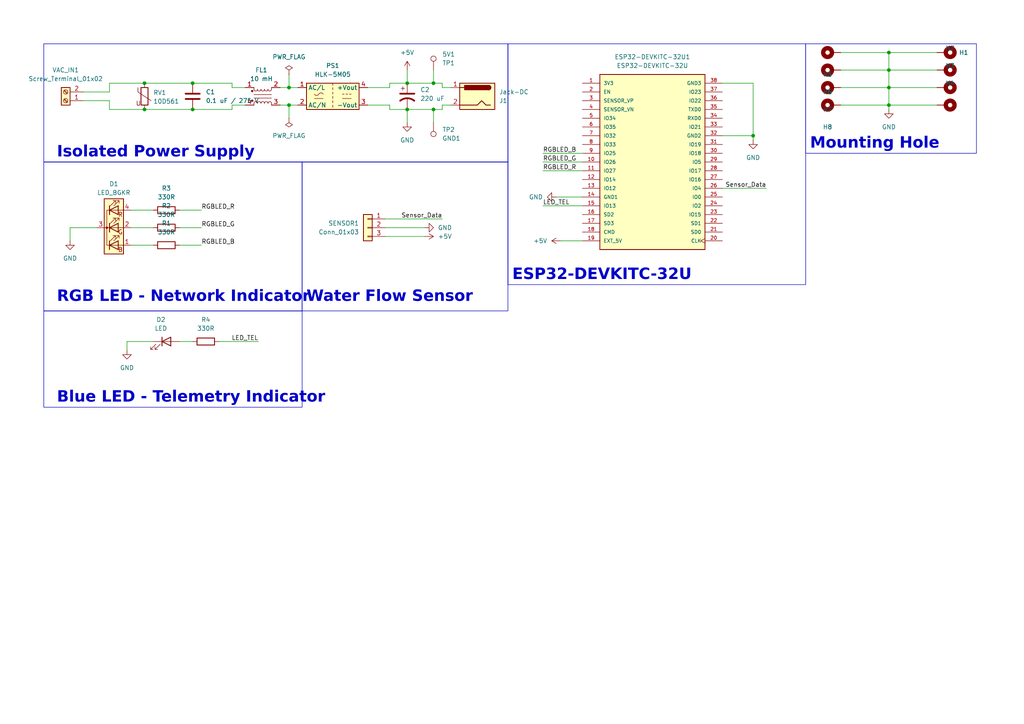
<source format=kicad_sch>
(kicad_sch (version 20230121) (generator eeschema)
  (paper "A4")
  (lib_symbols
    (symbol "Connector:Jack-DC" (pin_names (offset 1.016))
      (property "Reference" "J" (at 0 5.334 0))
      (property "Value" "Jack-DC" (at 0 -5.08 0))
      (symbol "Jack-DC_0_1"
        (rectangle (start -5.08 3.81) (end 5.08 -3.81) (stroke (width 0.254)) (fill (type background)))
        (arc (start -3.302 3.175) (mid -3.9343 2.54) (end -3.302 1.905) (stroke (width 0.254)))
        (arc (start -3.302 3.175) (mid -3.9343 2.54) (end -3.302 1.905) (stroke (width 0.254)) (fill (type outline)))
        (polyline (pts (xy 5.08 2.54) (xy 3.81 2.54)) (stroke (width 0.254)))
        (polyline (pts (xy -3.81 -2.54) (xy -2.54 -2.54) (xy -1.27 -1.27) (xy 0 -2.54) (xy 2.54 -2.54) (xy 5.08 -2.54)) (stroke (width 0.254)))
        (rectangle (start 3.683 3.175) (end -3.302 1.905) (stroke (width 0.254)) (fill (type outline)))
      )
      (symbol "Jack-DC_1_1"
        (pin passive line (at 7.62 2.54 180) (length 2.54) (name "~") (number "1"))
        (pin passive line (at 7.62 -2.54 180) (length 2.54) (name "~") (number "2"))
      )
    )
    (symbol "Connector:Screw_Terminal_01x02" (pin_names (offset 1.016) hide)
      (property "Reference" "J" (at 0 2.54 0))
      (property "Value" "Screw_Terminal_01x02" (at 0 -5.08 0))
      (symbol "Screw_Terminal_01x02_1_1"
        (rectangle (start -1.27 1.27) (end 1.27 -3.81) (stroke (width 0.254)) (fill (type background)))
        (circle (center 0 -2.54) (radius 0.635) (stroke (width 0.1524)))
        (polyline (pts (xy -0.5334 -2.2098) (xy 0.3302 -3.048)) (stroke (width 0.1524)))
        (polyline (pts (xy -0.5334 0.3302) (xy 0.3302 -0.508)) (stroke (width 0.1524)))
        (polyline (pts (xy -0.3556 -2.032) (xy 0.508 -2.8702)) (stroke (width 0.1524)))
        (polyline (pts (xy -0.3556 0.508) (xy 0.508 -0.3302)) (stroke (width 0.1524)))
        (circle (center 0 0) (radius 0.635) (stroke (width 0.1524)))
        (pin passive line (at -5.08 0 0) (length 3.81) (name "Pin_1") (number "1"))
        (pin passive line (at -5.08 -2.54 0) (length 3.81) (name "Pin_2") (number "2"))
      )
    )
    (symbol "Connector:TestPoint" (pin_numbers hide) (pin_names (offset 0.762) hide)
      (property "Reference" "TP" (at 0 6.858 0))
      (property "Value" "TestPoint" (at 0 5.08 0))
      (symbol "TestPoint_0_1"
        (circle (center 0 3.302) (radius 0.762))
      )
      (symbol "TestPoint_1_1"
        (pin passive line (at 0 0 90) (length 2.54) (name "1") (number "1"))
      )
    )
    (symbol "Connector_Generic:Conn_01x03" (pin_names (offset 1.016) hide)
      (property "Reference" "J" (at 0 5.08 0))
      (property "Value" "Conn_01x03" (at 0 -5.08 0))
      (symbol "Conn_01x03_1_1"
        (rectangle (start -1.27 -2.413) (end 0 -2.667) (stroke (width 0.1524)))
        (rectangle (start -1.27 0.127) (end 0 -0.127) (stroke (width 0.1524)))
        (rectangle (start -1.27 2.667) (end 0 2.413) (stroke (width 0.1524)))
        (rectangle (start -1.27 3.81) (end 1.27 -3.81) (stroke (width 0.254)) (fill (type background)))
        (pin passive line (at -5.08 2.54 0) (length 3.81) (name "Pin_1") (number "1"))
        (pin passive line (at -5.08 0 0) (length 3.81) (name "Pin_2") (number "2"))
        (pin passive line (at -5.08 -2.54 0) (length 3.81) (name "Pin_3") (number "3"))
      )
    )
    (symbol "Converter_ACDC:HLK-5M05"
      (property "Reference" "PS" (at 0 5.08 0))
      (property "Value" "HLK-5M05" (at 0 -5.08 0))
      (symbol "HLK-5M05_0_1"
        (rectangle (start -7.62 3.81) (end 7.62 -3.81) (stroke (width 0.254)) (fill (type background)))
        (arc (start -5.334 0.635) (mid -4.699 0.2495) (end -4.064 0.635))
        (arc (start -2.794 0.635) (mid -3.429 1.0072) (end -4.064 0.635))
        (polyline (pts (xy -5.334 -0.635) (xy -2.794 -0.635)))
        (polyline (pts (xy 0 -2.54) (xy 0 -3.175)))
        (polyline (pts (xy 0 -1.27) (xy 0 -1.905)))
        (polyline (pts (xy 0 0) (xy 0 -0.635)))
        (polyline (pts (xy 0 1.27) (xy 0 0.635)))
        (polyline (pts (xy 0 2.54) (xy 0 1.905)))
        (polyline (pts (xy 0 3.81) (xy 0 3.175)))
        (polyline (pts (xy 2.794 -0.635) (xy 5.334 -0.635)))
        (polyline (pts (xy 2.794 0.635) (xy 3.302 0.635)))
        (polyline (pts (xy 3.81 0.635) (xy 4.318 0.635)))
        (polyline (pts (xy 4.826 0.635) (xy 5.334 0.635)))
      )
      (symbol "HLK-5M05_1_1"
        (pin power_in line (at -10.16 2.54 0) (length 2.54) (name "AC/L") (number "1"))
        (pin power_in line (at -10.16 -2.54 0) (length 2.54) (name "AC/N") (number "2"))
        (pin power_out line (at 10.16 -2.54 180) (length 2.54) (name "-Vout") (number "3"))
        (pin power_out line (at 10.16 2.54 180) (length 2.54) (name "+Vout") (number "4"))
      )
    )
    (symbol "Device:C" (pin_numbers hide) (pin_names (offset 0.254))
      (property "Reference" "C" (at 0.635 2.54 0))
      (property "Value" "C" (at 0.635 -2.54 0))
      (symbol "C_0_1"
        (polyline (pts (xy -2.032 -0.762) (xy 2.032 -0.762)) (stroke (width 0.508)))
        (polyline (pts (xy -2.032 0.762) (xy 2.032 0.762)) (stroke (width 0.508)))
      )
      (symbol "C_1_1"
        (pin passive line (at 0 3.81 270) (length 2.794) (name "~") (number "1"))
        (pin passive line (at 0 -3.81 90) (length 2.794) (name "~") (number "2"))
      )
    )
    (symbol "Device:C_Polarized_US" (pin_numbers hide) (pin_names (offset 0.254) hide)
      (property "Reference" "C" (at 0.635 2.54 0))
      (property "Value" "C_Polarized_US" (at 0.635 -2.54 0))
      (symbol "C_Polarized_US_0_1"
        (polyline (pts (xy -2.032 0.762) (xy 2.032 0.762)) (stroke (width 0.508)))
        (polyline (pts (xy -1.778 2.286) (xy -0.762 2.286)))
        (polyline (pts (xy -1.27 1.778) (xy -1.27 2.794)))
        (arc (start 2.032 -1.27) (mid 0 -0.5572) (end -2.032 -1.27) (stroke (width 0.508)))
      )
      (symbol "C_Polarized_US_1_1"
        (pin passive line (at 0 3.81 270) (length 2.794) (name "~") (number "1"))
        (pin passive line (at 0 -3.81 90) (length 3.302) (name "~") (number "2"))
      )
    )
    (symbol "Device:Filter_EMI_CommonMode" (pin_names (offset 0.254) hide)
      (property "Reference" "FL1" (at -0.381 7.62 0))
      (property "Value" "10 mH" (at -0.381 5.08 0))
      (symbol "Filter_EMI_CommonMode_0_1"
        (circle (center -3.048 -1.27) (radius 0.254) (fill (type outline)))
        (circle (center -3.048 1.524) (radius 0.254) (fill (type outline)))
        (arc (start -2.54 2.032) (mid -2.032 1.5262) (end -1.524 2.032))
        (arc (start -1.524 -2.032) (mid -2.032 -1.5262) (end -2.54 -2.032))
        (arc (start -1.524 2.032) (mid -1.016 1.5262) (end -0.508 2.032))
        (arc (start -0.508 -2.032) (mid -1.016 -1.5262) (end -1.524 -2.032))
        (arc (start -0.508 2.032) (mid 0 1.5262) (end 0.508 2.032))
        (polyline (pts (xy -2.54 -2.032) (xy -2.54 -2.54)))
        (polyline (pts (xy -2.54 0.508) (xy 2.54 0.508)))
        (polyline (pts (xy -2.54 2.032) (xy -2.54 2.54)))
        (polyline (pts (xy 2.54 -2.032) (xy 2.54 -2.54)))
        (polyline (pts (xy 2.54 -0.508) (xy -2.54 -0.508)))
        (polyline (pts (xy 2.54 2.54) (xy 2.54 2.032)))
        (arc (start 0.508 -2.032) (mid 0 -1.5262) (end -0.508 -2.032))
        (arc (start 0.508 2.032) (mid 1.016 1.5262) (end 1.524 2.032))
        (arc (start 1.524 -2.032) (mid 1.016 -1.5262) (end 0.508 -2.032))
        (arc (start 1.524 2.032) (mid 2.032 1.5262) (end 2.54 2.032))
        (arc (start 2.54 -2.032) (mid 2.032 -1.5262) (end 1.524 -2.032))
      )
      (symbol "Filter_EMI_CommonMode_1_1"
        (pin passive line (at -5.08 2.54 0) (length 2.54) (name "1") (number "1"))
        (pin passive line (at 5.08 2.54 180) (length 2.54) (name "2") (number "2"))
        (pin passive line (at 5.08 -2.54 180) (length 2.54) (name "3") (number "3"))
        (pin passive line (at -5.08 -2.54 0) (length 2.54) (name "4") (number "4"))
      )
    )
    (symbol "Device:LED" (pin_numbers hide) (pin_names (offset 1.016) hide)
      (property "Reference" "D" (at 0 2.54 0))
      (property "Value" "LED" (at 0 -2.54 0))
      (symbol "LED_0_1"
        (polyline (pts (xy -1.27 -1.27) (xy -1.27 1.27)) (stroke (width 0.254)))
        (polyline (pts (xy -1.27 0) (xy 1.27 0)))
        (polyline (pts (xy 1.27 -1.27) (xy 1.27 1.27) (xy -1.27 0) (xy 1.27 -1.27)) (stroke (width 0.254)))
        (polyline (pts (xy -3.048 -0.762) (xy -4.572 -2.286) (xy -3.81 -2.286) (xy -4.572 -2.286) (xy -4.572 -1.524)))
        (polyline (pts (xy -1.778 -0.762) (xy -3.302 -2.286) (xy -2.54 -2.286) (xy -3.302 -2.286) (xy -3.302 -1.524)))
      )
      (symbol "LED_1_1"
        (pin passive line (at -3.81 0 0) (length 2.54) (name "K") (number "1"))
        (pin passive line (at 3.81 0 180) (length 2.54) (name "A") (number "2"))
      )
    )
    (symbol "Device:LED_BGKR" (pin_names (offset 0) hide)
      (property "Reference" "D" (at 0 9.398 0))
      (property "Value" "LED_BGKR" (at 0 -8.89 0))
      (symbol "LED_BGKR_0_0"
        (text "B" (at 1.905 -6.35 0) (effects (font (size 1.27 1.27))))
        (text "G" (at 1.905 -1.27 0) (effects (font (size 1.27 1.27))))
        (text "R" (at 1.905 3.81 0) (effects (font (size 1.27 1.27))))
      )
      (symbol "LED_BGKR_0_1"
        (circle (center -2.032 0) (radius 0.254) (fill (type outline)))
        (polyline (pts (xy -1.27 -5.08) (xy 1.27 -5.08)))
        (polyline (pts (xy -1.27 -3.81) (xy -1.27 -6.35)) (stroke (width 0.254)))
        (polyline (pts (xy -1.27 0) (xy -2.54 0)))
        (polyline (pts (xy -1.27 1.27) (xy -1.27 -1.27)) (stroke (width 0.254)))
        (polyline (pts (xy -1.27 5.08) (xy 1.27 5.08)))
        (polyline (pts (xy -1.27 6.35) (xy -1.27 3.81)) (stroke (width 0.254)))
        (polyline (pts (xy 1.27 -5.08) (xy 2.54 -5.08)))
        (polyline (pts (xy 1.27 0) (xy -1.27 0)))
        (polyline (pts (xy 1.27 0) (xy 2.54 0)))
        (polyline (pts (xy 1.27 5.08) (xy 2.54 5.08)))
        (polyline (pts (xy -1.27 1.27) (xy -1.27 -1.27) (xy -1.27 -1.27)))
        (polyline (pts (xy -1.27 6.35) (xy -1.27 3.81) (xy -1.27 3.81)))
        (polyline (pts (xy -1.27 5.08) (xy -2.032 5.08) (xy -2.032 -5.08) (xy -1.016 -5.08)))
        (polyline (pts (xy 1.27 -3.81) (xy 1.27 -6.35) (xy -1.27 -5.08) (xy 1.27 -3.81)) (stroke (width 0.254)))
        (polyline (pts (xy 1.27 1.27) (xy 1.27 -1.27) (xy -1.27 0) (xy 1.27 1.27)) (stroke (width 0.254)))
        (polyline (pts (xy 1.27 6.35) (xy 1.27 3.81) (xy -1.27 5.08) (xy 1.27 6.35)) (stroke (width 0.254)))
        (polyline (pts (xy -1.016 -3.81) (xy 0.508 -2.286) (xy -0.254 -2.286) (xy 0.508 -2.286) (xy 0.508 -3.048)))
        (polyline (pts (xy -1.016 1.27) (xy 0.508 2.794) (xy -0.254 2.794) (xy 0.508 2.794) (xy 0.508 2.032)))
        (polyline (pts (xy -1.016 6.35) (xy 0.508 7.874) (xy -0.254 7.874) (xy 0.508 7.874) (xy 0.508 7.112)))
        (polyline (pts (xy 0 -3.81) (xy 1.524 -2.286) (xy 0.762 -2.286) (xy 1.524 -2.286) (xy 1.524 -3.048)))
        (polyline (pts (xy 0 1.27) (xy 1.524 2.794) (xy 0.762 2.794) (xy 1.524 2.794) (xy 1.524 2.032)))
        (polyline (pts (xy 0 6.35) (xy 1.524 7.874) (xy 0.762 7.874) (xy 1.524 7.874) (xy 1.524 7.112)))
        (rectangle (start 1.27 -1.27) (end 1.27 1.27))
        (rectangle (start 1.27 1.27) (end 1.27 1.27))
        (rectangle (start 1.27 3.81) (end 1.27 6.35))
        (rectangle (start 1.27 6.35) (end 1.27 6.35))
        (rectangle (start 2.794 8.382) (end -2.794 -7.62) (stroke (width 0.254)) (fill (type background)))
      )
      (symbol "LED_BGKR_1_1"
        (pin passive line (at 5.08 -5.08 180) (length 2.54) (name "BA") (number "1"))
        (pin passive line (at 5.08 0 180) (length 2.54) (name "GA") (number "2"))
        (pin passive line (at -5.08 0 0) (length 2.54) (name "K") (number "3"))
        (pin passive line (at 5.08 5.08 180) (length 2.54) (name "RA") (number "4"))
      )
    )
    (symbol "Device:R" (pin_numbers hide) (pin_names (offset 0))
      (property "Reference" "R" (at 2.032 0 90))
      (property "Value" "R" (at 0 0 90))
      (symbol "R_0_1"
        (rectangle (start -1.016 -2.54) (end 1.016 2.54) (stroke (width 0.254)))
      )
      (symbol "R_1_1"
        (pin passive line (at 0 3.81 270) (length 1.27) (name "~") (number "1"))
        (pin passive line (at 0 -3.81 90) (length 1.27) (name "~") (number "2"))
      )
    )
    (symbol "Device:Varistor" (pin_numbers hide) (pin_names (offset 0))
      (property "Reference" "RV" (at 3.175 0 90))
      (property "Value" "Varistor" (at -3.175 0 90))
      (symbol "Varistor_0_0"
        (text "U" (at -1.778 -2.032 0) (effects (font (size 1.27 1.27))))
      )
      (symbol "Varistor_0_1"
        (rectangle (start -1.016 -2.54) (end 1.016 2.54) (stroke (width 0.254)))
        (polyline (pts (xy -1.905 2.54) (xy -1.905 1.27) (xy 1.905 -1.27)))
      )
      (symbol "Varistor_1_1"
        (pin passive line (at 0 3.81 270) (length 1.27) (name "~") (number "1"))
        (pin passive line (at 0 -3.81 90) (length 1.27) (name "~") (number "2"))
      )
    )
    (symbol "ESP32-DEVKITC-32U:ESP32-DEVKITC-32U" (pin_names (offset 1.016))
      (property "Reference" "U" (at -15.2572 26.0643 0))
      (property "Value" "ESP32-DEVKITC-32U" (at -15.2563 -27.9698 0))
      (symbol "ESP32-DEVKITC-32U_0_0"
        (rectangle (start -15.24 -25.4) (end 15.24 25.4) (stroke (width 0.254)) (fill (type background)))
        (pin power_in line (at -20.32 22.86 0) (length 5.08) (name "3V3") (number "1"))
        (pin bidirectional line (at -20.32 0 0) (length 5.08) (name "IO26") (number "10"))
        (pin bidirectional line (at -20.32 -2.54 0) (length 5.08) (name "IO27") (number "11"))
        (pin bidirectional line (at -20.32 -5.08 0) (length 5.08) (name "IO14") (number "12"))
        (pin bidirectional line (at -20.32 -7.62 0) (length 5.08) (name "IO12") (number "13"))
        (pin power_in line (at -20.32 -10.16 0) (length 5.08) (name "GND1") (number "14"))
        (pin bidirectional line (at -20.32 -12.7 0) (length 5.08) (name "IO13") (number "15"))
        (pin bidirectional line (at -20.32 -15.24 0) (length 5.08) (name "SD2") (number "16"))
        (pin bidirectional line (at -20.32 -17.78 0) (length 5.08) (name "SD3") (number "17"))
        (pin bidirectional line (at -20.32 -20.32 0) (length 5.08) (name "CMD") (number "18"))
        (pin power_in line (at -20.32 -22.86 0) (length 5.08) (name "EXT_5V") (number "19"))
        (pin input line (at -20.32 20.32 0) (length 5.08) (name "EN") (number "2"))
        (pin input clock (at 20.32 -22.86 180) (length 5.08) (name "CLK") (number "20"))
        (pin bidirectional line (at 20.32 -20.32 180) (length 5.08) (name "SD0") (number "21"))
        (pin bidirectional line (at 20.32 -17.78 180) (length 5.08) (name "SD1") (number "22"))
        (pin bidirectional line (at 20.32 -15.24 180) (length 5.08) (name "IO15") (number "23"))
        (pin bidirectional line (at 20.32 -12.7 180) (length 5.08) (name "IO2") (number "24"))
        (pin bidirectional line (at 20.32 -10.16 180) (length 5.08) (name "IO0") (number "25"))
        (pin bidirectional line (at 20.32 -7.62 180) (length 5.08) (name "IO4") (number "26"))
        (pin bidirectional line (at 20.32 -5.08 180) (length 5.08) (name "IO16") (number "27"))
        (pin bidirectional line (at 20.32 -2.54 180) (length 5.08) (name "IO17") (number "28"))
        (pin bidirectional line (at 20.32 0 180) (length 5.08) (name "IO5") (number "29"))
        (pin input line (at -20.32 17.78 0) (length 5.08) (name "SENSOR_VP") (number "3"))
        (pin bidirectional line (at 20.32 2.54 180) (length 5.08) (name "IO18") (number "30"))
        (pin bidirectional line (at 20.32 5.08 180) (length 5.08) (name "IO19") (number "31"))
        (pin power_in line (at 20.32 7.62 180) (length 5.08) (name "GND2") (number "32"))
        (pin bidirectional line (at 20.32 10.16 180) (length 5.08) (name "IO21") (number "33"))
        (pin input line (at 20.32 12.7 180) (length 5.08) (name "RXD0") (number "34"))
        (pin output line (at 20.32 15.24 180) (length 5.08) (name "TXD0") (number "35"))
        (pin bidirectional line (at 20.32 17.78 180) (length 5.08) (name "IO22") (number "36"))
        (pin bidirectional line (at 20.32 20.32 180) (length 5.08) (name "IO23") (number "37"))
        (pin power_in line (at 20.32 22.86 180) (length 5.08) (name "GND3") (number "38"))
        (pin input line (at -20.32 15.24 0) (length 5.08) (name "SENSOR_VN") (number "4"))
        (pin bidirectional line (at -20.32 12.7 0) (length 5.08) (name "IO34") (number "5"))
        (pin bidirectional line (at -20.32 10.16 0) (length 5.08) (name "IO35") (number "6"))
        (pin bidirectional line (at -20.32 7.62 0) (length 5.08) (name "IO32") (number "7"))
        (pin bidirectional line (at -20.32 5.08 0) (length 5.08) (name "IO33") (number "8"))
        (pin bidirectional line (at -20.32 2.54 0) (length 5.08) (name "IO25") (number "9"))
      )
    )
    (symbol "Mechanical:MountingHole_Pad" (pin_numbers hide) (pin_names (offset 1.016) hide)
      (property "Reference" "H" (at 0 6.35 0))
      (property "Value" "MountingHole_Pad" (at 0 4.445 0))
      (symbol "MountingHole_Pad_0_1"
        (circle (center 0 1.27) (radius 1.27) (stroke (width 1.27)))
      )
      (symbol "MountingHole_Pad_1_1"
        (pin input line (at 0 -2.54 90) (length 2.54) (name "1") (number "1"))
      )
    )
    (symbol "power:+5V" (power) (pin_names (offset 0))
      (property "Value" "+5V" (at 0 3.556 0))
      (symbol "+5V_0_1"
        (polyline (pts (xy -0.762 1.27) (xy 0 2.54)))
        (polyline (pts (xy 0 0) (xy 0 2.54)))
        (polyline (pts (xy 0 2.54) (xy 0.762 1.27)))
      )
      (symbol "+5V_1_1"
        (pin power_in line (at 0 0 90) (length 0) hide (name "+5V") (number "1"))
      )
    )
    (symbol "power:GND" (power) (pin_names (offset 0))
      (property "Value" "GND" (at 0 -3.81 0))
      (symbol "GND_0_1"
        (polyline (pts (xy 0 0) (xy 0 -1.27) (xy 1.27 -1.27) (xy 0 -2.54) (xy -1.27 -1.27) (xy 0 -1.27)))
      )
      (symbol "GND_1_1"
        (pin power_in line (at 0 0 270) (length 0) hide (name "GND") (number "1"))
      )
    )
    (symbol "power:PWR_FLAG" (power) (pin_numbers hide) (pin_names (offset 0) hide)
      (property "Value" "PWR_FLAG" (at 0 3.81 0))
      (symbol "PWR_FLAG_0_0"
        (pin power_out line (at 0 0 90) (length 0) (name "pwr") (number "1"))
      )
      (symbol "PWR_FLAG_0_1"
        (polyline (pts (xy 0 0) (xy 0 1.27) (xy -1.016 1.905) (xy 0 2.54) (xy 1.016 1.905) (xy 0 1.27)))
      )
    )
  )
  (junction (at 118.11 24.13))
  (junction (at 41.91 31.75))
  (junction (at 83.82 30.48))
  (junction (at 257.81 30.48))
  (junction (at 218.44 39.37))
  (junction (at 125.73 24.13))
  (junction (at 41.91 24.13))
  (junction (at 257.81 15.24))
  (junction (at 125.73 31.75))
  (junction (at 257.81 20.32))
  (junction (at 83.82 25.4))
  (junction (at 55.88 24.13))
  (junction (at 257.81 25.4))
  (junction (at 118.11 31.75))
  (junction (at 55.88 31.75))
  (wire (pts (xy 257.81 30.48) (xy 257.81 31.75)))
  (wire (pts (xy 128.27 24.13) (xy 125.73 24.13)))
  (wire (pts (xy 257.81 25.4) (xy 271.78 25.4)))
  (wire (pts (xy 52.07 66.04) (xy 58.42 66.04)))
  (wire (pts (xy 83.82 30.48) (xy 86.36 30.48)))
  (wire (pts (xy 113.03 30.48) (xy 113.03 31.75)))
  (wire (pts (xy 209.55 39.37) (xy 218.44 39.37)))
  (wire (pts (xy 111.76 68.58) (xy 123.19 68.58)))
  (wire (pts (xy 243.84 15.24) (xy 257.81 15.24)))
  (wire (pts (xy 67.31 30.48) (xy 71.12 30.48)))
  (wire (pts (xy 130.81 25.4) (xy 128.27 25.4)))
  (wire (pts (xy 257.81 15.24) (xy 257.81 20.32)))
  (wire (pts (xy 31.75 26.67) (xy 31.75 24.13)))
  (wire (pts (xy 111.76 66.04) (xy 123.19 66.04)))
  (wire (pts (xy 20.32 66.04) (xy 20.32 69.85)))
  (wire (pts (xy 52.07 71.12) (xy 58.42 71.12)))
  (wire (pts (xy 257.81 25.4) (xy 257.81 30.48)))
  (wire (pts (xy 113.03 31.75) (xy 118.11 31.75)))
  (wire (pts (xy 130.81 30.48) (xy 128.27 30.48)))
  (wire (pts (xy 41.91 31.75) (xy 55.88 31.75)))
  (wire (pts (xy 118.11 31.75) (xy 125.73 31.75)))
  (wire (pts (xy 36.83 99.06) (xy 36.83 101.6)))
  (wire (pts (xy 243.84 30.48) (xy 257.81 30.48)))
  (wire (pts (xy 118.11 24.13) (xy 125.73 24.13)))
  (wire (pts (xy 106.68 25.4) (xy 113.03 25.4)))
  (wire (pts (xy 209.55 24.13) (xy 218.44 24.13)))
  (wire (pts (xy 31.75 31.75) (xy 41.91 31.75)))
  (wire (pts (xy 113.03 24.13) (xy 118.11 24.13)))
  (wire (pts (xy 125.73 20.32) (xy 125.73 24.13)))
  (wire (pts (xy 209.55 54.61) (xy 222.25 54.61)))
  (wire (pts (xy 128.27 31.75) (xy 125.73 31.75)))
  (wire (pts (xy 128.27 25.4) (xy 128.27 24.13)))
  (wire (pts (xy 162.56 69.85) (xy 168.91 69.85)))
  (wire (pts (xy 257.81 30.48) (xy 271.78 30.48)))
  (wire (pts (xy 257.81 20.32) (xy 257.81 25.4)))
  (wire (pts (xy 257.81 20.32) (xy 271.78 20.32)))
  (wire (pts (xy 118.11 31.75) (xy 118.11 35.56)))
  (wire (pts (xy 67.31 24.13) (xy 67.31 25.4)))
  (wire (pts (xy 52.07 99.06) (xy 55.88 99.06)))
  (wire (pts (xy 38.1 66.04) (xy 44.45 66.04)))
  (wire (pts (xy 157.48 59.69) (xy 168.91 59.69)))
  (wire (pts (xy 24.13 29.21) (xy 31.75 29.21)))
  (wire (pts (xy 271.78 15.24) (xy 257.81 15.24)))
  (wire (pts (xy 118.11 20.32) (xy 118.11 24.13)))
  (wire (pts (xy 63.5 99.06) (xy 74.93 99.06)))
  (wire (pts (xy 157.48 44.45) (xy 168.91 44.45)))
  (wire (pts (xy 218.44 39.37) (xy 218.44 40.64)))
  (wire (pts (xy 52.07 60.96) (xy 58.42 60.96)))
  (wire (pts (xy 243.84 25.4) (xy 257.81 25.4)))
  (wire (pts (xy 111.76 63.5) (xy 128.27 63.5)))
  (wire (pts (xy 67.31 31.75) (xy 67.31 30.48)))
  (wire (pts (xy 161.29 57.15) (xy 168.91 57.15)))
  (wire (pts (xy 31.75 24.13) (xy 41.91 24.13)))
  (wire (pts (xy 113.03 25.4) (xy 113.03 24.13)))
  (wire (pts (xy 38.1 71.12) (xy 44.45 71.12)))
  (wire (pts (xy 81.28 25.4) (xy 83.82 25.4)))
  (wire (pts (xy 38.1 60.96) (xy 44.45 60.96)))
  (wire (pts (xy 27.94 66.04) (xy 20.32 66.04)))
  (wire (pts (xy 55.88 31.75) (xy 67.31 31.75)))
  (wire (pts (xy 218.44 24.13) (xy 218.44 39.37)))
  (wire (pts (xy 55.88 24.13) (xy 67.31 24.13)))
  (wire (pts (xy 44.45 99.06) (xy 36.83 99.06)))
  (wire (pts (xy 125.73 31.75) (xy 125.73 35.56)))
  (wire (pts (xy 157.48 46.99) (xy 168.91 46.99)))
  (wire (pts (xy 128.27 30.48) (xy 128.27 31.75)))
  (wire (pts (xy 67.31 25.4) (xy 71.12 25.4)))
  (wire (pts (xy 81.28 30.48) (xy 83.82 30.48)))
  (wire (pts (xy 83.82 30.48) (xy 83.82 34.29)))
  (wire (pts (xy 83.82 21.59) (xy 83.82 25.4)))
  (wire (pts (xy 243.84 20.32) (xy 257.81 20.32)))
  (wire (pts (xy 106.68 30.48) (xy 113.03 30.48)))
  (wire (pts (xy 31.75 29.21) (xy 31.75 31.75)))
  (wire (pts (xy 41.91 24.13) (xy 55.88 24.13)))
  (wire (pts (xy 83.82 25.4) (xy 86.36 25.4)))
  (wire (pts (xy 24.13 26.67) (xy 31.75 26.67)))
  (wire (pts (xy 157.48 49.53) (xy 168.91 49.53)))
  (rectangle (start 12.7 90.17) (end 87.63 118.11))
  (rectangle (start 233.68 12.7) (end 283.21 44.45))
  (rectangle (start 12.7 46.99) (end 87.63 90.17))
  (rectangle (start 12.7 12.7) (end 147.32 46.99))
  (rectangle (start 87.63 46.99) (end 147.32 90.17))
  (rectangle (start 147.32 12.7) (end 233.68 82.55))
  (text "Mounting Hole\n" (at 234.95 44.45 0) (effects (font (size 3.25 3.25) (thickness 0.65) bold) (justify left bottom)))
  (text "ESP32-DEVKITC-32U" (at 148.59 82.55 0) (effects (font (size 3.25 3.25) (thickness 0.65) bold) (justify left bottom)))
  (text "Blue LED - Telemetry Indicator" (at 16.51 118.11 0) (effects (font (size 3.25 3.25) (thickness 0.65) bold) (justify left bottom)))
  (text "Isolated Power Supply\n" (at 16.51 46.99 0) (effects (font (size 3.25 3.25) (thickness 0.65) bold) (justify left bottom)))
  (text "Water Flow Sensor" (at 88.9 88.9 0) (effects (font (size 3.25 3.25) (thickness 0.65) bold) (justify left bottom)))
  (text "RGB LED - Network Indicator" (at 16.51 88.9 0) (effects (font (size 3.25 3.25) (thickness 0.65) bold) (justify left bottom)))
  (label "RGBLED_G" (at 58.42 66.04 0))
  (label "Sensor_Data" (at 128.27 63.5 180))
  (label "LED_TEL" (at 74.93 99.06 180))
  (label "RGBLED_B" (at 58.42 71.12 0))
  (label "RGBLED_B" (at 157.48 44.45 0))
  (label "RGBLED_G" (at 157.48 46.99 0))
  (label "Sensor_Data" (at 222.25 54.61 180))
  (label "LED_TEL" (at 157.48 59.69 0))
  (label "RGBLED_R" (at 157.48 49.53 0))
  (label "RGBLED_R" (at 58.42 60.96 0))
  (symbol (lib_id "Device:C") (at 55.88 27.94 0) (unit 1)
    (property "Reference" "C1" (at 59.69 26.67 0) (effects (justify left)))
    (property "Value" "0.1 uF / 275 V" (at 59.69 29.21 0) (effects (justify left)))
    (property "Footprint" "Capacitor_THT:C_Rect_L18.0mm_W8.0mm_P15.00mm_FKS3_FKP3" (effects hide))
  )
  (symbol (lib_id "power:GND") (at 36.83 101.6 0) (unit 1)
    (property "Reference" "#PWR010" (effects hide))
    (property "Value" "GND" (at 36.83 106.68 0))
  )
  (symbol (lib_id "Device:R") (at 48.26 60.96 90) (mirror x) (unit 1)
    (property "Reference" "R3" (at 48.26 54.61 90))
    (property "Value" "330R" (at 48.26 57.15 90))
    (property "Footprint" "Resistor_THT:R_Axial_DIN0207_L6.3mm_D2.5mm_P7.62mm_Horizontal" (effects hide))
  )
  (symbol (lib_id "power:+5V") (at 123.19 68.58 270) (unit 1)
    (property "Reference" "#PWR012" (effects hide))
    (property "Value" "+5V" (at 127 68.58 90) (effects (justify left)))
  )
  (symbol (lib_id "Connector:Jack-DC") (at 138.43 27.94 0) (mirror y) (unit 1)
    (property "Reference" "J1" (at 144.78 29.21 0) (effects (justify right)))
    (property "Value" "Jack-DC" (at 144.78 26.67 0) (effects (justify right)))
    (property "Footprint" "Connector_BarrelJack:BarrelJack_Horizontal" (effects hide))
  )
  (symbol (lib_id "power:GND") (at 161.29 57.15 270) (unit 1)
    (property "Reference" "#PWR03" (effects hide))
    (property "Value" "GND" (at 157.48 57.15 90) (effects (justify right)))
  )
  (symbol (lib_id "Connector:TestPoint") (at 125.73 20.32 0) (unit 1)
    (property "Reference" "5V1" (at 128.27 15.748 0) (effects (justify left)))
    (property "Value" "TP1" (at 128.27 18.288 0) (effects (justify left)))
    (property "Footprint" "TestPoint:TestPoint_Pad_D1.5mm" (effects hide))
  )
  (symbol (lib_id "Mechanical:MountingHole_Pad") (at 274.32 20.32 270) (mirror x) (unit 1)
    (property "Reference" "H2" (at 275.59 13.97 90))
    (property "Value" "MountingHole_Pad" (effects hide))
    (property "Footprint" "MountingHole:MountingHole_3mm" (effects hide))
  )
  (symbol (lib_id "Mechanical:MountingHole_Pad") (at 274.32 30.48 270) (mirror x) (unit 1)
    (property "Reference" "H4" (at 275.59 24.13 90))
    (property "Value" "MountingHole_Pad" (effects hide))
    (property "Footprint" "MountingHole:MountingHole_3mm_Pad_Via" (effects hide))
  )
  (symbol (lib_id "Device:R") (at 48.26 71.12 90) (mirror x) (unit 1)
    (property "Reference" "R1" (at 48.26 64.77 90))
    (property "Value" "330R" (at 48.26 67.31 90))
    (property "Footprint" "Resistor_THT:R_Axial_DIN0207_L6.3mm_D2.5mm_P7.62mm_Horizontal" (effects hide))
  )
  (symbol (lib_id "Connector_Generic:Conn_01x03") (at 106.68 66.04 0) (mirror y) (unit 1)
    (property "Reference" "SENSOR1" (at 104.14 64.77 0) (effects (justify left)))
    (property "Value" "Conn_01x03" (at 104.14 67.31 0) (effects (justify left)))
    (property "Footprint" "Connector_JST:JST_XH_B3B-XH-A_1x03_P2.50mm_Vertical" (effects hide))
  )
  (symbol (lib_id "Mechanical:MountingHole_Pad") (at 241.3 20.32 90) (mirror x) (unit 1)
    (property "Reference" "H6" (at 240.03 26.67 90))
    (property "Value" "MountingHole_Pad" (effects hide))
    (property "Footprint" "MountingHole:MountingHole_3mm_Pad_Via" (effects hide))
  )
  (symbol (lib_id "Mechanical:MountingHole_Pad") (at 274.32 25.4 270) (mirror x) (unit 1)
    (property "Reference" "H3" (at 275.59 19.05 90))
    (property "Value" "MountingHole_Pad" (effects hide))
    (property "Footprint" "MountingHole:MountingHole_3mm" (effects hide))
  )
  (symbol (lib_id "Device:C_Polarized_US") (at 118.11 27.94 0) (unit 1)
    (property "Reference" "C2" (at 121.92 26.035 0) (effects (justify left)))
    (property "Value" "220 uF" (at 121.92 28.575 0) (effects (justify left)))
    (property "Footprint" "Capacitor_THT:CP_Radial_D10.0mm_P5.00mm" (effects hide))
  )
  (symbol (lib_id "Converter_ACDC:HLK-5M05") (at 96.52 27.94 0) (unit 1)
    (property "Reference" "PS1" (at 96.52 19.05 0))
    (property "Value" "HLK-5M05" (at 96.52 21.59 0))
    (property "Footprint" "Converter_ACDC:Converter_ACDC_HiLink_HLK-5Mxx" (effects hide))
    (property "Datasheet" "http://h.hlktech.com/download/ACDC%E7%94%B5%E6%BA%90%E6%A8%A1%E5%9D%975W%E7%B3%BB%E5%88%97/1/%E6%B5%B7%E5%87%8C%E7%A7%915W%E7%B3%BB%E5%88%97%E7%94%B5%E6%BA%90%E6%A8%A1%E5%9D%97%E8%A7%84%E6%A0%BC%E4%B9%A6V2.8.pdf" (effects hide))
  )
  (symbol (lib_id "ESP32-DEVKITC-32U:ESP32-DEVKITC-32U") (at 189.23 46.99 0) (unit 1)
    (property "Reference" "ESP32-DEVKITC-32U1" (at 189.23 16.51 0))
    (property "Value" "ESP32-DEVKITC-32U" (at 189.23 19.05 0))
    (property "Footprint" "ESP32-DEVKITC-32U:MODULE_ESP32-DEVKITC-32U" (effects hide))
    (property "MF" "Espressif Systems" (effects hide))
    (property "Description" "\nESP32-WROOM-32UE series Transceiver; 802.11 b/g/n (Wi-Fi, WiFi, WLAN), Bluetooth® Smart Ready 4.x Dual Mode Evaluation Board\n" (effects hide))
    (property "Package" "CUSTOM-38 ESPRESSIF" (effects hide))
    (property "Price" "None" (effects hide))
    (property "Check_prices" "https://www.snapeda.com/parts/ESP32-DEVKITC-32U/Espressif+Systems/view-part/?ref=eda" (effects hide))
    (property "STANDARD" "Manufacturer Recommendations" (effects hide))
    (property "PARTREV" "N/A" (effects hide))
    (property "SnapEDA_Link" "https://www.snapeda.com/parts/ESP32-DEVKITC-32U/Espressif+Systems/view-part/?ref=snap" (effects hide))
    (property "MP" "ESP32-DEVKITC-32U" (effects hide))
    (property "Purchase-URL" "https://www.snapeda.com/api/url_track_click_mouser/?unipart_id=2781909&manufacturer=Espressif Systems&part_name=ESP32-DEVKITC-32U&search_term=esp32-devkitc-32" (effects hide))
    (property "Availability" "In Stock" (effects hide))
    (property "MANUFACTURER" "ESPRESSIF" (effects hide))
  )
  (symbol (lib_id "power:GND") (at 118.11 35.56 0) (unit 1)
    (property "Reference" "#PWR01" (effects hide))
    (property "Value" "GND" (at 118.11 40.64 0))
  )
  (symbol (lib_id "power:PWR_FLAG") (at 83.82 21.59 0) (unit 1)
    (property "Reference" "#FLG01" (effects hide))
    (property "Value" "PWR_FLAG" (at 83.82 16.51 0))
  )
  (symbol (lib_id "Device:LED_BGKR") (at 33.02 66.04 0) (unit 1)
    (property "Reference" "D1" (at 33.02 53.34 0))
    (property "Value" "LED_BGKR" (at 33.02 55.88 0))
    (property "Footprint" "Connector_JST:JST_XH_B4B-XH-A_1x04_P2.50mm_Vertical" (effects hide))
  )
  (symbol (lib_id "Device:R") (at 59.69 99.06 90) (mirror x) (unit 1)
    (property "Reference" "R4" (at 59.69 92.71 90))
    (property "Value" "330R" (at 59.69 95.25 90))
    (property "Footprint" "Resistor_THT:R_Axial_DIN0207_L6.3mm_D2.5mm_P7.62mm_Horizontal" (effects hide))
  )
  (symbol (lib_id "Connector:Screw_Terminal_01x02") (at 19.05 29.21 180) (unit 1)
    (property "Reference" "VAC_IN1" (at 19.05 20.32 0))
    (property "Value" "Screw_Terminal_01x02" (at 19.05 22.86 0))
    (property "Footprint" "TerminalBlock_Phoenix:TerminalBlock_Phoenix_MKDS-1,5-2_1x02_P5.00mm_Horizontal" (effects hide))
  )
  (symbol (lib_id "Device:LED") (at 48.26 99.06 0) (unit 1)
    (property "Reference" "D2" (at 46.6725 92.71 0))
    (property "Value" "LED" (at 46.6725 95.25 0))
    (property "Footprint" "Connector_JST:JST_XH_B2B-XH-A_1x02_P2.50mm_Vertical" (effects hide))
  )
  (symbol (lib_id "power:GND") (at 257.81 31.75 0) (unit 1)
    (property "Reference" "#PWR06" (effects hide))
    (property "Value" "GND" (at 257.81 36.83 0))
  )
  (symbol (lib_id "Mechanical:MountingHole_Pad") (at 241.3 30.48 90) (mirror x) (unit 1)
    (property "Reference" "H8" (at 240.03 36.83 90))
    (property "Value" "MountingHole_Pad" (effects hide))
    (property "Footprint" "MountingHole:MountingHole_3mm_Pad_Via" (effects hide))
  )
  (symbol (lib_id "Mechanical:MountingHole_Pad") (at 274.32 15.24 270) (mirror x) (unit 1)
    (property "Reference" "H1" (at 278.13 15.24 90) (effects (justify left)))
    (property "Value" "MountingHole_Pad" (effects hide))
    (property "Footprint" "MountingHole:MountingHole_3mm" (effects hide))
  )
  (symbol (lib_id "power:+5V") (at 162.56 69.85 90) (unit 1)
    (property "Reference" "#PWR04" (effects hide))
    (property "Value" "+5V" (at 158.75 69.85 90) (effects (justify left)))
  )
  (symbol (lib_id "power:GND") (at 218.44 40.64 0) (unit 1)
    (property "Reference" "#PWR05" (effects hide))
    (property "Value" "GND" (at 218.44 45.72 0))
  )
  (symbol (lib_id "Device:R") (at 48.26 66.04 90) (mirror x) (unit 1)
    (property "Reference" "R2" (at 48.26 59.69 90))
    (property "Value" "330R" (at 48.26 62.23 90))
    (property "Footprint" "Resistor_THT:R_Axial_DIN0207_L6.3mm_D2.5mm_P7.62mm_Horizontal" (effects hide))
  )
  (symbol (lib_id "Device:Varistor") (at 41.91 27.94 0) (unit 1)
    (property "Reference" "RV1" (at 44.45 26.8633 0) (effects (justify left)))
    (property "Value" "10D561" (at 44.45 29.4033 0) (effects (justify left)))
    (property "Footprint" "Varistor:RV_Disc_D12mm_W3.9mm_P7.5mm" (effects hide))
    (property "Sim.Name" "kicad_builtin_varistor" (effects hide))
    (property "Sim.Device" "SUBCKT" (effects hide))
    (property "Sim.Pins" "1=A 2=B" (effects hide))
    (property "Sim.Params" "threshold=1k" (effects hide))
    (property "Sim.Library" "${KICAD7_SYMBOL_DIR}/Simulation_SPICE.sp" (effects hide))
  )
  (symbol (lib_id "power:GND") (at 123.19 66.04 90) (unit 1)
    (property "Reference" "#PWR011" (effects hide))
    (property "Value" "GND" (at 127 66.04 90) (effects (justify right)))
  )
  (symbol (lib_id "power:+5V") (at 118.11 20.32 0) (unit 1)
    (property "Reference" "#PWR02" (effects hide))
    (property "Value" "+5V" (at 118.11 15.24 0))
  )
  (symbol (lib_id "power:PWR_FLAG") (at 83.82 34.29 180) (unit 1)
    (property "Reference" "#FLG02" (effects hide))
    (property "Value" "PWR_FLAG" (at 83.82 39.37 0))
  )
  (symbol (lib_id "Device:Filter_EMI_CommonMode") (at 76.2 27.94 0) (unit 1)
    (property "Reference" "FL1" (at 75.819 20.32 0))
    (property "Value" "10 mH" (at 75.819 22.86 0))
    (property "Footprint" "Inductor_THT:L_CommonMode_PulseElectronics_PH9455x705NL_1" (effects hide))
  )
  (symbol (lib_id "Mechanical:MountingHole_Pad") (at 241.3 25.4 90) (mirror x) (unit 1)
    (property "Reference" "H7" (at 240.03 31.75 90))
    (property "Value" "MountingHole_Pad" (effects hide))
    (property "Footprint" "MountingHole:MountingHole_3mm_Pad_Via" (effects hide))
  )
  (symbol (lib_id "power:GND") (at 20.32 69.85 0) (unit 1)
    (property "Reference" "#PWR09" (effects hide))
    (property "Value" "GND" (at 20.32 74.93 0))
  )
  (symbol (lib_id "Mechanical:MountingHole_Pad") (at 241.3 15.24 90) (mirror x) (unit 1)
    (property "Reference" "H5" (at 240.03 21.59 90))
    (property "Value" "MountingHole_Pad" (effects hide))
    (property "Footprint" "MountingHole:MountingHole_3mm_Pad_Via" (effects hide))
  )
  (symbol (lib_id "Connector:TestPoint") (at 125.73 35.56 0) (mirror x) (unit 1)
    (property "Reference" "GND1" (at 128.27 40.132 0) (effects (justify left)))
    (property "Value" "TP2" (at 128.27 37.592 0) (effects (justify left)))
    (property "Footprint" "TestPoint:TestPoint_Pad_D1.5mm" (effects hide))
  )
)
</source>
